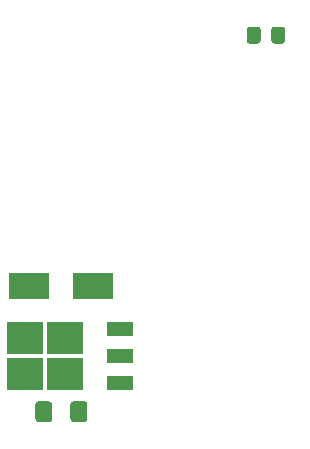
<source format=gbr>
G04 #@! TF.GenerationSoftware,KiCad,Pcbnew,(5.1.9)-1*
G04 #@! TF.CreationDate,2021-08-02T14:53:25+02:00*
G04 #@! TF.ProjectId,TonOfSteppers,546f6e4f-6653-4746-9570-706572732e6b,rev?*
G04 #@! TF.SameCoordinates,Original*
G04 #@! TF.FileFunction,Paste,Bot*
G04 #@! TF.FilePolarity,Positive*
%FSLAX46Y46*%
G04 Gerber Fmt 4.6, Leading zero omitted, Abs format (unit mm)*
G04 Created by KiCad (PCBNEW (5.1.9)-1) date 2021-08-02 14:53:25*
%MOMM*%
%LPD*%
G01*
G04 APERTURE LIST*
%ADD10R,3.500000X2.300000*%
%ADD11R,2.200000X1.200000*%
%ADD12R,3.050000X2.750000*%
G04 APERTURE END LIST*
D10*
X96868000Y-123444000D03*
X102268000Y-123444000D03*
D11*
X104530000Y-127120000D03*
X104530000Y-129400000D03*
X104530000Y-131680000D03*
D12*
X96555000Y-130925000D03*
X99905000Y-127875000D03*
X96555000Y-127875000D03*
X99905000Y-130925000D03*
G36*
G01*
X115297000Y-102708000D02*
X115297000Y-101758000D01*
G75*
G02*
X115547000Y-101508000I250000J0D01*
G01*
X116222000Y-101508000D01*
G75*
G02*
X116472000Y-101758000I0J-250000D01*
G01*
X116472000Y-102708000D01*
G75*
G02*
X116222000Y-102958000I-250000J0D01*
G01*
X115547000Y-102958000D01*
G75*
G02*
X115297000Y-102708000I0J250000D01*
G01*
G37*
G36*
G01*
X117372000Y-102708000D02*
X117372000Y-101758000D01*
G75*
G02*
X117622000Y-101508000I250000J0D01*
G01*
X118297000Y-101508000D01*
G75*
G02*
X118547000Y-101758000I0J-250000D01*
G01*
X118547000Y-102708000D01*
G75*
G02*
X118297000Y-102958000I-250000J0D01*
G01*
X117622000Y-102958000D01*
G75*
G02*
X117372000Y-102708000I0J250000D01*
G01*
G37*
G36*
G01*
X97397000Y-134737000D02*
X97397000Y-133487000D01*
G75*
G02*
X97647000Y-133237000I250000J0D01*
G01*
X98572000Y-133237000D01*
G75*
G02*
X98822000Y-133487000I0J-250000D01*
G01*
X98822000Y-134737000D01*
G75*
G02*
X98572000Y-134987000I-250000J0D01*
G01*
X97647000Y-134987000D01*
G75*
G02*
X97397000Y-134737000I0J250000D01*
G01*
G37*
G36*
G01*
X100372000Y-134737000D02*
X100372000Y-133487000D01*
G75*
G02*
X100622000Y-133237000I250000J0D01*
G01*
X101547000Y-133237000D01*
G75*
G02*
X101797000Y-133487000I0J-250000D01*
G01*
X101797000Y-134737000D01*
G75*
G02*
X101547000Y-134987000I-250000J0D01*
G01*
X100622000Y-134987000D01*
G75*
G02*
X100372000Y-134737000I0J250000D01*
G01*
G37*
M02*

</source>
